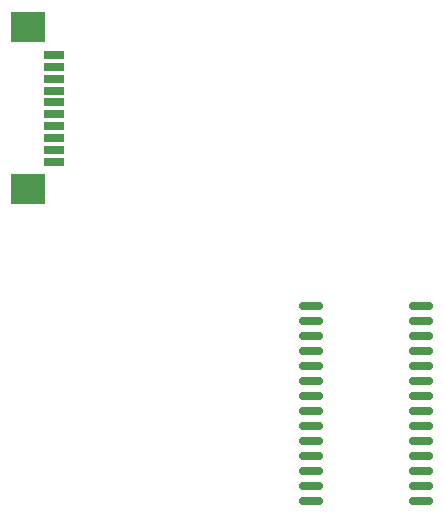
<source format=gbr>
%TF.GenerationSoftware,KiCad,Pcbnew,8.0.3-8.0.3-0~ubuntu22.04.1*%
%TF.CreationDate,2024-10-28T10:51:42+03:00*%
%TF.ProjectId,PM-Keybard,504d2d4b-6579-4626-9172-642e6b696361,rev?*%
%TF.SameCoordinates,Original*%
%TF.FileFunction,Paste,Bot*%
%TF.FilePolarity,Positive*%
%FSLAX46Y46*%
G04 Gerber Fmt 4.6, Leading zero omitted, Abs format (unit mm)*
G04 Created by KiCad (PCBNEW 8.0.3-8.0.3-0~ubuntu22.04.1) date 2024-10-28 10:51:42*
%MOMM*%
%LPD*%
G01*
G04 APERTURE LIST*
G04 Aperture macros list*
%AMRoundRect*
0 Rectangle with rounded corners*
0 $1 Rounding radius*
0 $2 $3 $4 $5 $6 $7 $8 $9 X,Y pos of 4 corners*
0 Add a 4 corners polygon primitive as box body*
4,1,4,$2,$3,$4,$5,$6,$7,$8,$9,$2,$3,0*
0 Add four circle primitives for the rounded corners*
1,1,$1+$1,$2,$3*
1,1,$1+$1,$4,$5*
1,1,$1+$1,$6,$7*
1,1,$1+$1,$8,$9*
0 Add four rect primitives between the rounded corners*
20,1,$1+$1,$2,$3,$4,$5,0*
20,1,$1+$1,$4,$5,$6,$7,0*
20,1,$1+$1,$6,$7,$8,$9,0*
20,1,$1+$1,$8,$9,$2,$3,0*%
G04 Aperture macros list end*
%ADD10RoundRect,0.150000X-0.875000X-0.150000X0.875000X-0.150000X0.875000X0.150000X-0.875000X0.150000X0*%
%ADD11R,1.803400X0.635000*%
%ADD12R,2.997200X2.590800*%
G04 APERTURE END LIST*
D10*
%TO.C,U1*%
X35350000Y-8255000D03*
X35350000Y-6985000D03*
X35350000Y-5715000D03*
X35350000Y-4445000D03*
X35350000Y-3175000D03*
X35350000Y-1905000D03*
X35350000Y-635000D03*
X35350000Y635000D03*
X35350000Y1905000D03*
X35350000Y3175000D03*
X35350000Y4445000D03*
X35350000Y5715000D03*
X35350000Y6985000D03*
X35350000Y8255000D03*
X44650000Y8255000D03*
X44650000Y6985000D03*
X44650000Y5715000D03*
X44650000Y4445000D03*
X44650000Y3175000D03*
X44650000Y1905000D03*
X44650000Y635000D03*
X44650000Y-635000D03*
X44650000Y-1905000D03*
X44650000Y-3175000D03*
X44650000Y-4445000D03*
X44650000Y-5715000D03*
X44650000Y-6985000D03*
X44650000Y-8255000D03*
%TD*%
D11*
%TO.C,J1*%
X13556000Y20500009D03*
X13556000Y21500007D03*
X13556000Y22500005D03*
X13556000Y23500003D03*
X13556000Y24500001D03*
X13556000Y25499999D03*
X13556000Y26499997D03*
X13556000Y27499995D03*
X13556000Y28499993D03*
X13556000Y29499991D03*
D12*
X11385999Y18149998D03*
X11385999Y31850002D03*
%TD*%
M02*

</source>
